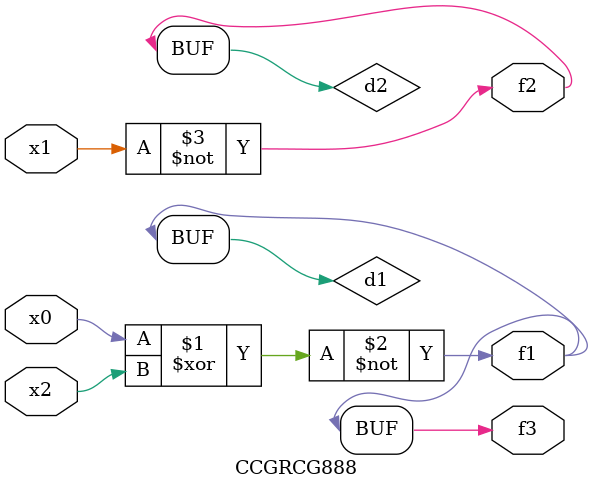
<source format=v>
module CCGRCG888(
	input x0, x1, x2,
	output f1, f2, f3
);

	wire d1, d2, d3;

	xnor (d1, x0, x2);
	nand (d2, x1);
	nor (d3, x1, x2);
	assign f1 = d1;
	assign f2 = d2;
	assign f3 = d1;
endmodule

</source>
